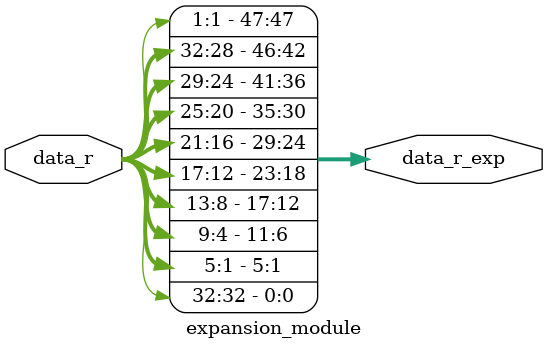
<source format=v>
module expansion_module(input[32:1] data_r,
						output reg[48:1] data_r_exp);
	
	always@*
	begin
		data_r_exp[1]= data_r[32];
		data_r_exp[2]= data_r[1];
		data_r_exp[3]= data_r[2];
		data_r_exp[4]= data_r[3];
		data_r_exp[5]= data_r[4];
		data_r_exp[6]= data_r[5];
		data_r_exp[7]= data_r[4];
		data_r_exp[8]= data_r[5];
		data_r_exp[9]= data_r[6];
		data_r_exp[10]= data_r[7];
		data_r_exp[11]= data_r[8];
		data_r_exp[12]= data_r[9];
		data_r_exp[13]= data_r[8];
		data_r_exp[14]= data_r[9];
		data_r_exp[15]= data_r[10];
		data_r_exp[16]= data_r[11];
		data_r_exp[17]= data_r[12];
		data_r_exp[18]= data_r[13];
		data_r_exp[19]= data_r[12];
		data_r_exp[20]= data_r[13];
		data_r_exp[21]= data_r[14];
		data_r_exp[22]= data_r[15];
		data_r_exp[23]= data_r[16];
		data_r_exp[24]= data_r[17];
		data_r_exp[25]= data_r[16];
		data_r_exp[26]= data_r[17];
		data_r_exp[27]= data_r[18];
		data_r_exp[28]= data_r[19];
		data_r_exp[29]= data_r[20];
		data_r_exp[30]= data_r[21];
		data_r_exp[31]= data_r[20];
		data_r_exp[32]= data_r[21];
		data_r_exp[33]= data_r[22];
		data_r_exp[34]= data_r[23];
		data_r_exp[35]= data_r[24];
		data_r_exp[36]= data_r[25];
		data_r_exp[37]= data_r[24];
		data_r_exp[38]= data_r[25];
		data_r_exp[39]= data_r[26];
		data_r_exp[40]= data_r[27];
		data_r_exp[41]= data_r[28];
		data_r_exp[42]= data_r[29];
		data_r_exp[43]= data_r[28];
		data_r_exp[44]= data_r[29];
		data_r_exp[45]= data_r[30];
		data_r_exp[46]= data_r[31];
		data_r_exp[47]= data_r[32];
		data_r_exp[48]= data_r[1];
	end
	
endmodule
</source>
